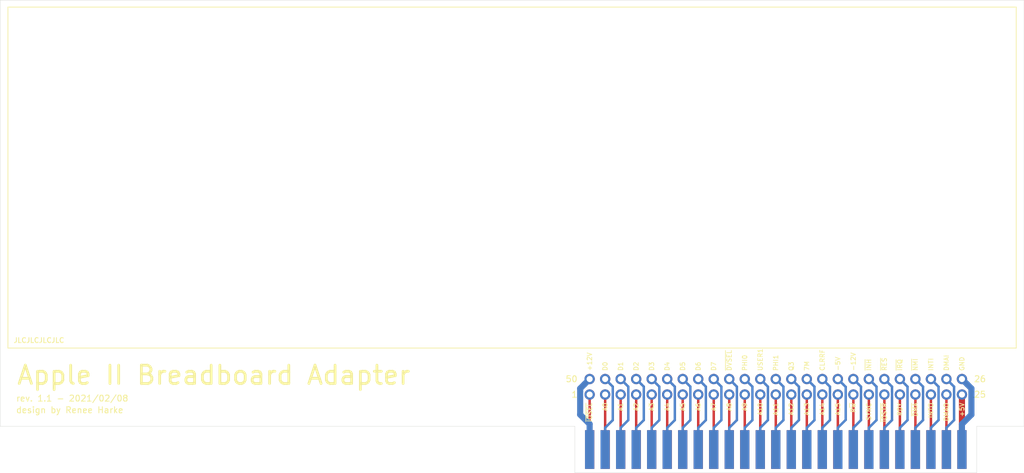
<source format=kicad_pcb>
(kicad_pcb (version 20171130) (host pcbnew "(5.1.5-0-10_14)")

  (general
    (thickness 1.6)
    (drawings 70)
    (tracks 152)
    (zones 0)
    (modules 2)
    (nets 51)
  )

  (page A4)
  (title_block
    (title "Apple II Breadboard Card")
    (date 2021-02-08)
    (rev 1.1)
    (company "Renee Harke")
    (comment 1 "MIT license; see LICENSE file")
  )

  (layers
    (0 F.Cu signal)
    (31 B.Cu signal)
    (32 B.Adhes user)
    (33 F.Adhes user)
    (34 B.Paste user)
    (35 F.Paste user)
    (36 B.SilkS user)
    (37 F.SilkS user)
    (38 B.Mask user)
    (39 F.Mask user)
    (40 Dwgs.User user)
    (41 Cmts.User user)
    (42 Eco1.User user)
    (43 Eco2.User user)
    (44 Edge.Cuts user)
    (45 Margin user)
    (46 B.CrtYd user)
    (47 F.CrtYd user)
    (48 B.Fab user)
    (49 F.Fab user)
  )

  (setup
    (last_trace_width 0.25)
    (user_trace_width 0.4)
    (user_trace_width 1)
    (trace_clearance 0.2)
    (zone_clearance 0.508)
    (zone_45_only no)
    (trace_min 0.2)
    (via_size 0.8)
    (via_drill 0.4)
    (via_min_size 0.4)
    (via_min_drill 0.3)
    (uvia_size 0.3)
    (uvia_drill 0.1)
    (uvias_allowed no)
    (uvia_min_size 0.2)
    (uvia_min_drill 0.1)
    (edge_width 0.05)
    (segment_width 0.2)
    (pcb_text_width 0.3)
    (pcb_text_size 1.5 1.5)
    (mod_edge_width 0.12)
    (mod_text_size 1 1)
    (mod_text_width 0.15)
    (pad_size 1.524 1.524)
    (pad_drill 0.762)
    (pad_to_mask_clearance 0.051)
    (solder_mask_min_width 0.25)
    (aux_axis_origin 0 0)
    (visible_elements FFFFFF7F)
    (pcbplotparams
      (layerselection 0x3ffff_ffffffff)
      (usegerberextensions false)
      (usegerberattributes false)
      (usegerberadvancedattributes false)
      (creategerberjobfile false)
      (excludeedgelayer true)
      (linewidth 0.100000)
      (plotframeref false)
      (viasonmask false)
      (mode 1)
      (useauxorigin false)
      (hpglpennumber 1)
      (hpglpenspeed 20)
      (hpglpendiameter 15.000000)
      (psnegative false)
      (psa4output false)
      (plotreference true)
      (plotvalue true)
      (plotinvisibletext false)
      (padsonsilk false)
      (subtractmaskfromsilk false)
      (outputformat 1)
      (mirror false)
      (drillshape 0)
      (scaleselection 1)
      (outputdirectory "gerber"))
  )

  (net 0 "")
  (net 1 /+12V)
  (net 2 /D0)
  (net 3 /D1)
  (net 4 /D2)
  (net 5 /D3)
  (net 6 /D4)
  (net 7 /D5)
  (net 8 /D6)
  (net 9 /D7)
  (net 10 /~DEVSEL)
  (net 11 /PHI0)
  (net 12 /USER1)
  (net 13 /PHI1)
  (net 14 /Q3)
  (net 15 /7M)
  (net 16 /COLORREF)
  (net 17 /-5V)
  (net 18 /-12V)
  (net 19 /~INH)
  (net 20 /~RES)
  (net 21 /~IRQ)
  (net 22 /~NMI)
  (net 23 /INTIN)
  (net 24 /DMAIN)
  (net 25 /GND)
  (net 26 /~IOSEL)
  (net 27 /A0)
  (net 28 /A1)
  (net 29 /A2)
  (net 30 /A3)
  (net 31 /A4)
  (net 32 /A5)
  (net 33 /A6)
  (net 34 /A7)
  (net 35 /A8)
  (net 36 /A9)
  (net 37 /A10)
  (net 38 /A11)
  (net 39 /A12)
  (net 40 /A13)
  (net 41 /A14)
  (net 42 /A15)
  (net 43 /R~W)
  (net 44 /SYNC)
  (net 45 /~IOSTRB)
  (net 46 /RDY)
  (net 47 /~DMA)
  (net 48 /INTOUT)
  (net 49 /DMAOUT)
  (net 50 /+5V)

  (net_class Default "This is the default net class."
    (clearance 0.2)
    (trace_width 0.25)
    (via_dia 0.8)
    (via_drill 0.4)
    (uvia_dia 0.3)
    (uvia_drill 0.1)
    (add_net /+12V)
    (add_net /+5V)
    (add_net /-12V)
    (add_net /-5V)
    (add_net /7M)
    (add_net /A0)
    (add_net /A1)
    (add_net /A10)
    (add_net /A11)
    (add_net /A12)
    (add_net /A13)
    (add_net /A14)
    (add_net /A15)
    (add_net /A2)
    (add_net /A3)
    (add_net /A4)
    (add_net /A5)
    (add_net /A6)
    (add_net /A7)
    (add_net /A8)
    (add_net /A9)
    (add_net /COLORREF)
    (add_net /D0)
    (add_net /D1)
    (add_net /D2)
    (add_net /D3)
    (add_net /D4)
    (add_net /D5)
    (add_net /D6)
    (add_net /D7)
    (add_net /DMAIN)
    (add_net /DMAOUT)
    (add_net /GND)
    (add_net /INTIN)
    (add_net /INTOUT)
    (add_net /PHI0)
    (add_net /PHI1)
    (add_net /Q3)
    (add_net /RDY)
    (add_net /R~W)
    (add_net /SYNC)
    (add_net /USER1)
    (add_net /~DEVSEL)
    (add_net /~DMA)
    (add_net /~INH)
    (add_net /~IOSEL)
    (add_net /~IOSTRB)
    (add_net /~IRQ)
    (add_net /~NMI)
    (add_net /~RES)
  )

  (module pub:PinSocket_2x25_P2.54mm_Vertical_CCW_Mirrored_NoSilk (layer F.Cu) (tedit 6021F101) (tstamp 5E33EBBE)
    (at 170.18 116.84 90)
    (descr "Through hole straight socket strip, 2x25, 2.54mm pitch, double cols (from Kicad 4.0.7), script generated")
    (tags "Through hole socket strip THT 2x25 2.54mm double row")
    (path /5E39109E)
    (fp_text reference J2 (at -1.27 -2.77 90) (layer F.SilkS) hide
      (effects (font (size 1 1) (thickness 0.15)))
    )
    (fp_text value "HEADER BLOCK" (at -1.27 63.73 90) (layer F.Fab)
      (effects (font (size 1 1) (thickness 0.15)))
    )
    (fp_text user %R (at -1.27 30.48) (layer F.Fab)
      (effects (font (size 1 1) (thickness 0.15)))
    )
    (fp_line (start 1.8 62.7) (end 1.8 -1.8) (layer F.CrtYd) (width 0.05))
    (fp_line (start -4.3 62.7) (end 1.8 62.7) (layer F.CrtYd) (width 0.05))
    (fp_line (start -4.3 -1.8) (end -4.3 62.7) (layer F.CrtYd) (width 0.05))
    (fp_line (start 1.8 -1.8) (end -4.3 -1.8) (layer F.CrtYd) (width 0.05))
    (fp_line (start 1.27 62.23) (end 1.27 -1.27) (layer F.Fab) (width 0.1))
    (fp_line (start -3.81 62.23) (end 1.27 62.23) (layer F.Fab) (width 0.1))
    (fp_line (start -3.81 -1.27) (end -3.81 62.23) (layer F.Fab) (width 0.1))
    (fp_line (start 1.27 -1.27) (end -3.81 -1.27) (layer F.Fab) (width 0.1))
    (pad 26 thru_hole oval (at 0 60.96 90) (size 1.7 1.7) (drill 1) (layers *.Cu *.Mask)
      (net 25 /GND))
    (pad 25 thru_hole oval (at -2.54 60.96 90) (size 1.7 1.7) (drill 1) (layers *.Cu *.Mask)
      (net 50 /+5V))
    (pad 27 thru_hole oval (at 0 58.42 90) (size 1.7 1.7) (drill 1) (layers *.Cu *.Mask)
      (net 24 /DMAIN))
    (pad 24 thru_hole oval (at -2.54 58.42 90) (size 1.7 1.7) (drill 1) (layers *.Cu *.Mask)
      (net 49 /DMAOUT))
    (pad 28 thru_hole oval (at 0 55.88 90) (size 1.7 1.7) (drill 1) (layers *.Cu *.Mask)
      (net 23 /INTIN))
    (pad 23 thru_hole oval (at -2.54 55.88 90) (size 1.7 1.7) (drill 1) (layers *.Cu *.Mask)
      (net 48 /INTOUT))
    (pad 29 thru_hole oval (at 0 53.34 90) (size 1.7 1.7) (drill 1) (layers *.Cu *.Mask)
      (net 22 /~NMI))
    (pad 22 thru_hole oval (at -2.54 53.34 90) (size 1.7 1.7) (drill 1) (layers *.Cu *.Mask)
      (net 47 /~DMA))
    (pad 30 thru_hole oval (at 0 50.8 90) (size 1.7 1.7) (drill 1) (layers *.Cu *.Mask)
      (net 21 /~IRQ))
    (pad 21 thru_hole oval (at -2.54 50.8 90) (size 1.7 1.7) (drill 1) (layers *.Cu *.Mask)
      (net 46 /RDY))
    (pad 31 thru_hole oval (at 0 48.26 90) (size 1.7 1.7) (drill 1) (layers *.Cu *.Mask)
      (net 20 /~RES))
    (pad 20 thru_hole oval (at -2.54 48.26 90) (size 1.7 1.7) (drill 1) (layers *.Cu *.Mask)
      (net 45 /~IOSTRB))
    (pad 32 thru_hole oval (at 0 45.72 90) (size 1.7 1.7) (drill 1) (layers *.Cu *.Mask)
      (net 19 /~INH))
    (pad 19 thru_hole oval (at -2.54 45.72 90) (size 1.7 1.7) (drill 1) (layers *.Cu *.Mask)
      (net 44 /SYNC))
    (pad 33 thru_hole oval (at 0 43.18 90) (size 1.7 1.7) (drill 1) (layers *.Cu *.Mask)
      (net 18 /-12V))
    (pad 18 thru_hole oval (at -2.54 43.18 90) (size 1.7 1.7) (drill 1) (layers *.Cu *.Mask)
      (net 43 /R~W))
    (pad 34 thru_hole oval (at 0 40.64 90) (size 1.7 1.7) (drill 1) (layers *.Cu *.Mask)
      (net 17 /-5V))
    (pad 17 thru_hole oval (at -2.54 40.64 90) (size 1.7 1.7) (drill 1) (layers *.Cu *.Mask)
      (net 42 /A15))
    (pad 35 thru_hole oval (at 0 38.1 90) (size 1.7 1.7) (drill 1) (layers *.Cu *.Mask)
      (net 16 /COLORREF))
    (pad 16 thru_hole oval (at -2.54 38.1 90) (size 1.7 1.7) (drill 1) (layers *.Cu *.Mask)
      (net 41 /A14))
    (pad 36 thru_hole oval (at 0 35.56 90) (size 1.7 1.7) (drill 1) (layers *.Cu *.Mask)
      (net 15 /7M))
    (pad 15 thru_hole oval (at -2.54 35.56 90) (size 1.7 1.7) (drill 1) (layers *.Cu *.Mask)
      (net 40 /A13))
    (pad 37 thru_hole oval (at 0 33.02 90) (size 1.7 1.7) (drill 1) (layers *.Cu *.Mask)
      (net 14 /Q3))
    (pad 14 thru_hole oval (at -2.54 33.02 90) (size 1.7 1.7) (drill 1) (layers *.Cu *.Mask)
      (net 39 /A12))
    (pad 38 thru_hole oval (at 0 30.48 90) (size 1.7 1.7) (drill 1) (layers *.Cu *.Mask)
      (net 13 /PHI1))
    (pad 13 thru_hole oval (at -2.54 30.48 90) (size 1.7 1.7) (drill 1) (layers *.Cu *.Mask)
      (net 38 /A11))
    (pad 39 thru_hole oval (at 0 27.94 90) (size 1.7 1.7) (drill 1) (layers *.Cu *.Mask)
      (net 12 /USER1))
    (pad 12 thru_hole oval (at -2.54 27.94 90) (size 1.7 1.7) (drill 1) (layers *.Cu *.Mask)
      (net 37 /A10))
    (pad 40 thru_hole oval (at 0 25.4 90) (size 1.7 1.7) (drill 1) (layers *.Cu *.Mask)
      (net 11 /PHI0))
    (pad 11 thru_hole oval (at -2.54 25.4 90) (size 1.7 1.7) (drill 1) (layers *.Cu *.Mask)
      (net 36 /A9))
    (pad 41 thru_hole oval (at 0 22.86 90) (size 1.7 1.7) (drill 1) (layers *.Cu *.Mask)
      (net 10 /~DEVSEL))
    (pad 10 thru_hole oval (at -2.54 22.86 90) (size 1.7 1.7) (drill 1) (layers *.Cu *.Mask)
      (net 35 /A8))
    (pad 42 thru_hole oval (at 0 20.32 90) (size 1.7 1.7) (drill 1) (layers *.Cu *.Mask)
      (net 9 /D7))
    (pad 9 thru_hole oval (at -2.54 20.32 90) (size 1.7 1.7) (drill 1) (layers *.Cu *.Mask)
      (net 34 /A7))
    (pad 43 thru_hole oval (at 0 17.78 90) (size 1.7 1.7) (drill 1) (layers *.Cu *.Mask)
      (net 8 /D6))
    (pad 8 thru_hole oval (at -2.54 17.78 90) (size 1.7 1.7) (drill 1) (layers *.Cu *.Mask)
      (net 33 /A6))
    (pad 44 thru_hole oval (at 0 15.24 90) (size 1.7 1.7) (drill 1) (layers *.Cu *.Mask)
      (net 7 /D5))
    (pad 7 thru_hole oval (at -2.54 15.24 90) (size 1.7 1.7) (drill 1) (layers *.Cu *.Mask)
      (net 32 /A5))
    (pad 45 thru_hole oval (at 0 12.7 90) (size 1.7 1.7) (drill 1) (layers *.Cu *.Mask)
      (net 6 /D4))
    (pad 6 thru_hole oval (at -2.54 12.7 90) (size 1.7 1.7) (drill 1) (layers *.Cu *.Mask)
      (net 31 /A4))
    (pad 46 thru_hole oval (at 0 10.16 90) (size 1.7 1.7) (drill 1) (layers *.Cu *.Mask)
      (net 5 /D3))
    (pad 5 thru_hole oval (at -2.54 10.16 90) (size 1.7 1.7) (drill 1) (layers *.Cu *.Mask)
      (net 30 /A3))
    (pad 47 thru_hole oval (at 0 7.62 90) (size 1.7 1.7) (drill 1) (layers *.Cu *.Mask)
      (net 4 /D2))
    (pad 4 thru_hole oval (at -2.54 7.62 90) (size 1.7 1.7) (drill 1) (layers *.Cu *.Mask)
      (net 29 /A2))
    (pad 48 thru_hole oval (at 0 5.08 90) (size 1.7 1.7) (drill 1) (layers *.Cu *.Mask)
      (net 3 /D1))
    (pad 3 thru_hole oval (at -2.54 5.08 90) (size 1.7 1.7) (drill 1) (layers *.Cu *.Mask)
      (net 28 /A1))
    (pad 49 thru_hole oval (at 0 2.54 90) (size 1.7 1.7) (drill 1) (layers *.Cu *.Mask)
      (net 2 /D0))
    (pad 2 thru_hole oval (at -2.54 2.54 90) (size 1.7 1.7) (drill 1) (layers *.Cu *.Mask)
      (net 27 /A0))
    (pad 50 thru_hole oval (at 0 0 90) (size 1.7 1.7) (drill 1) (layers *.Cu *.Mask)
      (net 1 /+12V))
    (pad 1 thru_hole oval (at -2.54 0 90) (size 1.7 1.7) (drill 1) (layers *.Cu *.Mask)
      (net 26 /~IOSEL))
    (model ${KISYS3DMOD}/Connector_PinSocket_2.54mm.3dshapes/PinSocket_2x25_P2.54mm_Vertical.wrl
      (at (xyz 0 0 0))
      (scale (xyz 1 1 1))
      (rotate (xyz 0 0 0))
    )
  )

  (module pub:AppleIIBus (layer F.Cu) (tedit 5E4F43C2) (tstamp 5E33EA12)
    (at 200.66 128.397)
    (path /5E339C7A)
    (fp_text reference J1 (at 0 -5.08) (layer F.SilkS) hide
      (effects (font (size 1 1) (thickness 0.15)))
    )
    (fp_text value "CARD EDGE" (at 25.4 -5.08) (layer F.Fab)
      (effects (font (size 1 1) (thickness 0.15)))
    )
    (fp_poly (pts (xy 32.893 -3.81) (xy 31.877 -3.81) (xy 31.877 3.81) (xy 32.893 3.81)) (layer B.Mask) (width 0))
    (fp_poly (pts (xy -32.893 -3.81) (xy -32.893 3.81) (xy -31.877 3.81) (xy -31.877 -3.81)) (layer B.Mask) (width 0))
    (fp_poly (pts (xy 32.893 -3.81) (xy 31.877 -3.81) (xy 31.877 3.81) (xy 32.893 3.81)) (layer F.Mask) (width 0))
    (fp_poly (pts (xy -32.893 -3.81) (xy -32.893 3.81) (xy -31.877 3.81) (xy -31.877 -3.81)) (layer F.Mask) (width 0))
    (pad 26 smd rect (at 30.48 0) (size 1.524 6.35) (layers B.Cu B.Mask)
      (net 25 /GND) (solder_mask_margin 0.635) (clearance 0.254))
    (pad 27 smd rect (at 27.94 0) (size 1.524 6.35) (layers B.Cu B.Mask)
      (net 24 /DMAIN) (solder_mask_margin 0.635) (clearance 0.254))
    (pad 28 smd rect (at 25.4 0) (size 1.524 6.35) (layers B.Cu B.Mask)
      (net 23 /INTIN) (solder_mask_margin 0.635) (clearance 0.254))
    (pad 29 smd rect (at 22.86 0) (size 1.524 6.35) (layers B.Cu B.Mask)
      (net 22 /~NMI) (solder_mask_margin 0.635) (clearance 0.254))
    (pad 30 smd rect (at 20.32 0) (size 1.524 6.35) (layers B.Cu B.Mask)
      (net 21 /~IRQ) (solder_mask_margin 0.635) (clearance 0.254))
    (pad 31 smd rect (at 17.78 0) (size 1.524 6.35) (layers B.Cu B.Mask)
      (net 20 /~RES) (solder_mask_margin 0.635) (clearance 0.254))
    (pad 32 smd rect (at 15.24 0) (size 1.524 6.35) (layers B.Cu B.Mask)
      (net 19 /~INH) (solder_mask_margin 0.635) (clearance 0.254))
    (pad 33 smd rect (at 12.7 0) (size 1.524 6.35) (layers B.Cu B.Mask)
      (net 18 /-12V) (solder_mask_margin 0.635) (clearance 0.254))
    (pad 34 smd rect (at 10.16 0) (size 1.524 6.35) (layers B.Cu B.Mask)
      (net 17 /-5V) (solder_mask_margin 0.635) (clearance 0.254))
    (pad 35 smd rect (at 7.62 0) (size 1.524 6.35) (layers B.Cu B.Mask)
      (net 16 /COLORREF) (solder_mask_margin 0.635) (clearance 0.254))
    (pad 36 smd rect (at 5.08 0) (size 1.524 6.35) (layers B.Cu B.Mask)
      (net 15 /7M) (solder_mask_margin 0.635) (clearance 0.254))
    (pad 37 smd rect (at 2.54 0) (size 1.524 6.35) (layers B.Cu B.Mask)
      (net 14 /Q3) (solder_mask_margin 0.635) (clearance 0.254))
    (pad 38 smd rect (at 0 0) (size 1.524 6.35) (layers B.Cu B.Mask)
      (net 13 /PHI1) (solder_mask_margin 0.635) (clearance 0.254))
    (pad 39 smd rect (at -2.54 0) (size 1.524 6.35) (layers B.Cu B.Mask)
      (net 12 /USER1) (solder_mask_margin 0.635) (clearance 0.254))
    (pad 40 smd rect (at -5.08 0) (size 1.524 6.35) (layers B.Cu B.Mask)
      (net 11 /PHI0) (solder_mask_margin 0.635) (clearance 0.254))
    (pad 41 smd rect (at -7.62 0) (size 1.524 6.35) (layers B.Cu B.Mask)
      (net 10 /~DEVSEL) (solder_mask_margin 0.635) (clearance 0.254))
    (pad 42 smd rect (at -10.16 0) (size 1.524 6.35) (layers B.Cu B.Mask)
      (net 9 /D7) (solder_mask_margin 0.635) (clearance 0.254))
    (pad 43 smd rect (at -12.7 0) (size 1.524 6.35) (layers B.Cu B.Mask)
      (net 8 /D6) (solder_mask_margin 0.635) (clearance 0.254))
    (pad 44 smd rect (at -15.24 0) (size 1.524 6.35) (layers B.Cu B.Mask)
      (net 7 /D5) (solder_mask_margin 0.635) (clearance 0.254))
    (pad 45 smd rect (at -17.78 0) (size 1.524 6.35) (layers B.Cu B.Mask)
      (net 6 /D4) (solder_mask_margin 0.635) (clearance 0.254))
    (pad 46 smd rect (at -20.32 0) (size 1.524 6.35) (layers B.Cu B.Mask)
      (net 5 /D3) (solder_mask_margin 0.635) (clearance 0.254))
    (pad 47 smd rect (at -22.86 0) (size 1.524 6.35) (layers B.Cu B.Mask)
      (net 4 /D2) (solder_mask_margin 0.635) (clearance 0.254))
    (pad 48 smd rect (at -25.4 0) (size 1.524 6.35) (layers B.Cu B.Mask)
      (net 3 /D1) (solder_mask_margin 0.635) (clearance 0.254))
    (pad 49 smd rect (at -27.94 0) (size 1.524 6.35) (layers B.Cu B.Mask)
      (net 2 /D0) (solder_mask_margin 0.635) (clearance 0.254))
    (pad 50 smd rect (at -30.48 0) (size 1.524 6.35) (layers B.Cu B.Mask)
      (net 1 /+12V) (solder_mask_margin 0.635) (clearance 0.254))
    (pad 25 smd rect (at 30.48 0) (size 1.524 6.35) (layers F.Cu F.Mask)
      (net 50 /+5V) (solder_mask_margin 0.635) (clearance 0.254))
    (pad 24 smd rect (at 27.94 0) (size 1.524 6.35) (layers F.Cu F.Mask)
      (net 49 /DMAOUT) (solder_mask_margin 0.635) (clearance 0.254))
    (pad 23 smd rect (at 25.4 0) (size 1.524 6.35) (layers F.Cu F.Mask)
      (net 48 /INTOUT) (solder_mask_margin 0.635) (clearance 0.254))
    (pad 22 smd rect (at 22.86 0) (size 1.524 6.35) (layers F.Cu F.Mask)
      (net 47 /~DMA) (solder_mask_margin 0.635) (clearance 0.254))
    (pad 21 smd rect (at 20.32 0) (size 1.524 6.35) (layers F.Cu F.Mask)
      (net 46 /RDY) (solder_mask_margin 0.635) (clearance 0.254))
    (pad 20 smd rect (at 17.78 0) (size 1.524 6.35) (layers F.Cu F.Mask)
      (net 45 /~IOSTRB) (solder_mask_margin 0.635) (clearance 0.254))
    (pad 19 smd rect (at 15.24 0) (size 1.524 6.35) (layers F.Cu F.Mask)
      (net 44 /SYNC) (solder_mask_margin 0.635) (clearance 0.254))
    (pad 18 smd rect (at 12.7 0) (size 1.524 6.35) (layers F.Cu F.Mask)
      (net 43 /R~W) (solder_mask_margin 0.635) (clearance 0.254))
    (pad 17 smd rect (at 10.16 0) (size 1.524 6.35) (layers F.Cu F.Mask)
      (net 42 /A15) (solder_mask_margin 0.635) (clearance 0.254))
    (pad 16 smd rect (at 7.62 0) (size 1.524 6.35) (layers F.Cu F.Mask)
      (net 41 /A14) (solder_mask_margin 0.635) (clearance 0.254))
    (pad 15 smd rect (at 5.08 0) (size 1.524 6.35) (layers F.Cu F.Mask)
      (net 40 /A13) (solder_mask_margin 0.635) (clearance 0.254))
    (pad 14 smd rect (at 2.54 0) (size 1.524 6.35) (layers F.Cu F.Mask)
      (net 39 /A12) (solder_mask_margin 0.635) (clearance 0.254))
    (pad 13 smd rect (at 0 0) (size 1.524 6.35) (layers F.Cu F.Mask)
      (net 38 /A11) (solder_mask_margin 0.635) (clearance 0.254))
    (pad 12 smd rect (at -2.54 0) (size 1.524 6.35) (layers F.Cu F.Mask)
      (net 37 /A10) (solder_mask_margin 0.635) (clearance 0.254))
    (pad 11 smd rect (at -5.08 0) (size 1.524 6.35) (layers F.Cu F.Mask)
      (net 36 /A9) (solder_mask_margin 0.635) (clearance 0.254))
    (pad 10 smd rect (at -7.62 0) (size 1.524 6.35) (layers F.Cu F.Mask)
      (net 35 /A8) (solder_mask_margin 0.635) (clearance 0.254))
    (pad 9 smd rect (at -10.16 0) (size 1.524 6.35) (layers F.Cu F.Mask)
      (net 34 /A7) (solder_mask_margin 0.635) (clearance 0.254))
    (pad 8 smd rect (at -12.7 0) (size 1.524 6.35) (layers F.Cu F.Mask)
      (net 33 /A6) (solder_mask_margin 0.635) (clearance 0.254))
    (pad 7 smd rect (at -15.24 0) (size 1.524 6.35) (layers F.Cu F.Mask)
      (net 32 /A5) (solder_mask_margin 0.635) (clearance 0.254))
    (pad 6 smd rect (at -17.78 0) (size 1.524 6.35) (layers F.Cu F.Mask)
      (net 31 /A4) (solder_mask_margin 0.635) (clearance 0.254))
    (pad 5 smd rect (at -20.32 0) (size 1.524 6.35) (layers F.Cu F.Mask)
      (net 30 /A3) (solder_mask_margin 0.635) (clearance 0.254))
    (pad 4 smd rect (at -22.86 0) (size 1.524 6.35) (layers F.Cu F.Mask)
      (net 29 /A2) (solder_mask_margin 0.635) (clearance 0.254))
    (pad 3 smd rect (at -25.4 0) (size 1.524 6.35) (layers F.Cu F.Mask)
      (net 28 /A1) (solder_mask_margin 0.635) (clearance 0.254))
    (pad 2 smd rect (at -27.94 0) (size 1.524 6.35) (layers F.Cu F.Mask)
      (net 27 /A0) (solder_mask_margin 0.635) (clearance 0.254))
    (pad 1 smd rect (at -30.48 0) (size 1.524 6.35) (layers F.Cu F.Mask)
      (net 26 /~IOSEL) (solder_mask_margin 0.635) (clearance 0.254))
  )

  (gr_text "design by Renee Harke" (at 76.2 121.92) (layer F.SilkS) (tstamp 6021F06C)
    (effects (font (size 1 1) (thickness 0.15)) (justify left))
  )
  (gr_text JLCJLCJLCJLC (at 80.01 110.49) (layer F.SilkS)
    (effects (font (size 0.8 0.8) (thickness 0.15)))
  )
  (gr_text 26 (at 233.045 116.84) (layer F.SilkS) (tstamp 5E33A7C0)
    (effects (font (size 1 1) (thickness 0.15)) (justify left))
  )
  (gr_text 25 (at 233.045 119.38) (layer F.SilkS) (tstamp 5E33A7B8)
    (effects (font (size 1 1) (thickness 0.15)) (justify left))
  )
  (gr_text 50 (at 168.275 116.84) (layer F.SilkS) (tstamp 5E33A79B)
    (effects (font (size 1 1) (thickness 0.15)) (justify right))
  )
  (gr_text 1 (at 168.275 119.38) (layer F.SilkS)
    (effects (font (size 1 1) (thickness 0.15)) (justify right))
  )
  (gr_text "rev. 1.1 - 2021/02/08" (at 76.2 120.015) (layer F.SilkS) (tstamp 6021F075)
    (effects (font (size 1 1) (thickness 0.15)) (justify left))
  )
  (gr_text "Apple II Breadboard Adapter" (at 76.2 116.205) (layer F.SilkS) (tstamp 5E341713)
    (effects (font (size 3 3) (thickness 0.45)) (justify left))
  )
  (gr_line (start 240.03 55.88) (end 240.03 111.76) (layer F.SilkS) (width 0.12) (tstamp 5E3416DC))
  (gr_line (start 74.93 55.88) (end 240.03 55.88) (layer F.SilkS) (width 0.12))
  (gr_line (start 74.93 111.76) (end 74.93 55.88) (layer F.SilkS) (width 0.12))
  (gr_line (start 74.93 111.76) (end 240.03 111.76) (layer F.SilkS) (width 0.12))
  (gr_text GND (at 231.14 115.57 90) (layer F.SilkS) (tstamp 5E340D81)
    (effects (font (size 0.75 0.75) (thickness 0.125)) (justify left))
  )
  (gr_text DMAI (at 228.6 115.57 90) (layer F.SilkS) (tstamp 5E340D81)
    (effects (font (size 0.75 0.75) (thickness 0.125)) (justify left))
  )
  (gr_text INTI (at 226.06 115.57 90) (layer F.SilkS) (tstamp 5E340D81)
    (effects (font (size 0.75 0.75) (thickness 0.125)) (justify left))
  )
  (gr_text ~NMI (at 223.52 115.57 90) (layer F.SilkS) (tstamp 5E340D81)
    (effects (font (size 0.75 0.75) (thickness 0.125)) (justify left))
  )
  (gr_text ~IRQ (at 220.98 115.57 90) (layer F.SilkS) (tstamp 5E340D81)
    (effects (font (size 0.75 0.75) (thickness 0.125)) (justify left))
  )
  (gr_text ~RES (at 218.44 115.57 90) (layer F.SilkS) (tstamp 5E340D81)
    (effects (font (size 0.75 0.75) (thickness 0.125)) (justify left))
  )
  (gr_text ~INH (at 215.9 115.57 90) (layer F.SilkS) (tstamp 5E340D81)
    (effects (font (size 0.75 0.75) (thickness 0.125)) (justify left))
  )
  (gr_text -12V (at 213.36 115.57 90) (layer F.SilkS) (tstamp 5E340D81)
    (effects (font (size 0.75 0.75) (thickness 0.125)) (justify left))
  )
  (gr_text -5V (at 210.82 115.57 90) (layer F.SilkS) (tstamp 5E340D81)
    (effects (font (size 0.75 0.75) (thickness 0.125)) (justify left))
  )
  (gr_text CLRRF (at 208.28 115.57 90) (layer F.SilkS) (tstamp 5E340D81)
    (effects (font (size 0.75 0.75) (thickness 0.125)) (justify left))
  )
  (gr_text 7M (at 205.74 115.57 90) (layer F.SilkS) (tstamp 5E340D81)
    (effects (font (size 0.75 0.75) (thickness 0.125)) (justify left))
  )
  (gr_text Q3 (at 203.2 115.57 90) (layer F.SilkS) (tstamp 5E340D81)
    (effects (font (size 0.75 0.75) (thickness 0.125)) (justify left))
  )
  (gr_text PHI1 (at 200.66 115.57 90) (layer F.SilkS) (tstamp 5E340D81)
    (effects (font (size 0.75 0.75) (thickness 0.125)) (justify left))
  )
  (gr_text USER1 (at 198.12 115.57 90) (layer F.SilkS) (tstamp 5E340D81)
    (effects (font (size 0.75 0.75) (thickness 0.125)) (justify left))
  )
  (gr_text PHI0 (at 195.58 115.57 90) (layer F.SilkS) (tstamp 5E340D81)
    (effects (font (size 0.75 0.75) (thickness 0.125)) (justify left))
  )
  (gr_text ~DVSEL (at 193.04 115.57 90) (layer F.SilkS) (tstamp 5E340D81)
    (effects (font (size 0.75 0.75) (thickness 0.125)) (justify left))
  )
  (gr_text D7 (at 190.5 115.57 90) (layer F.SilkS) (tstamp 5E340D81)
    (effects (font (size 0.75 0.75) (thickness 0.125)) (justify left))
  )
  (gr_text D6 (at 187.96 115.57 90) (layer F.SilkS) (tstamp 5E340D81)
    (effects (font (size 0.75 0.75) (thickness 0.125)) (justify left))
  )
  (gr_text D5 (at 185.42 115.57 90) (layer F.SilkS) (tstamp 5E340D81)
    (effects (font (size 0.75 0.75) (thickness 0.125)) (justify left))
  )
  (gr_text D4 (at 182.88 115.57 90) (layer F.SilkS) (tstamp 5E340D81)
    (effects (font (size 0.75 0.75) (thickness 0.125)) (justify left))
  )
  (gr_text D3 (at 180.34 115.57 90) (layer F.SilkS) (tstamp 5E340D81)
    (effects (font (size 0.75 0.75) (thickness 0.125)) (justify left))
  )
  (gr_text D2 (at 177.8 115.57 90) (layer F.SilkS) (tstamp 5E340D81)
    (effects (font (size 0.75 0.75) (thickness 0.125)) (justify left))
  )
  (gr_text D1 (at 175.26 115.57 90) (layer F.SilkS) (tstamp 5E340D81)
    (effects (font (size 0.75 0.75) (thickness 0.125)) (justify left))
  )
  (gr_text D0 (at 172.72 115.57 90) (layer F.SilkS) (tstamp 5E340D7E)
    (effects (font (size 0.75 0.75) (thickness 0.125)) (justify left))
  )
  (gr_text +12V (at 170.18 115.57 90) (layer F.SilkS) (tstamp 5E340D79)
    (effects (font (size 0.75 0.75) (thickness 0.125)) (justify left))
  )
  (gr_text +5V (at 231.14 120.65 90) (layer F.SilkS) (tstamp 5E340BEE)
    (effects (font (size 0.75 0.75) (thickness 0.125)) (justify right))
  )
  (gr_text DMAO (at 228.6 120.65 90) (layer F.SilkS) (tstamp 5E340BEE)
    (effects (font (size 0.75 0.75) (thickness 0.125)) (justify right))
  )
  (gr_text INTO (at 226.06 120.65 90) (layer F.SilkS) (tstamp 5E340BEE)
    (effects (font (size 0.75 0.75) (thickness 0.125)) (justify right))
  )
  (gr_text ~DMA (at 223.52 120.65 90) (layer F.SilkS) (tstamp 5E340BEE)
    (effects (font (size 0.75 0.75) (thickness 0.125)) (justify right))
  )
  (gr_text RDY (at 220.98 120.65 90) (layer F.SilkS) (tstamp 5E340BEE)
    (effects (font (size 0.75 0.75) (thickness 0.125)) (justify right))
  )
  (gr_text ~IOSTR (at 218.44 120.65 90) (layer F.SilkS) (tstamp 5E340BEE)
    (effects (font (size 0.75 0.75) (thickness 0.125)) (justify right))
  )
  (gr_text SYNC (at 215.9 120.65 90) (layer F.SilkS) (tstamp 5E340BEE)
    (effects (font (size 0.75 0.75) (thickness 0.125)) (justify right))
  )
  (gr_text R~W (at 213.36 120.65 90) (layer F.SilkS) (tstamp 5E340BEE)
    (effects (font (size 0.75 0.75) (thickness 0.125)) (justify right))
  )
  (gr_text A15 (at 210.82 120.65 90) (layer F.SilkS) (tstamp 5E340BEE)
    (effects (font (size 0.75 0.75) (thickness 0.125)) (justify right))
  )
  (gr_text A14 (at 208.28 120.65 90) (layer F.SilkS) (tstamp 5E340BEE)
    (effects (font (size 0.75 0.75) (thickness 0.125)) (justify right))
  )
  (gr_text A13 (at 205.74 120.65 90) (layer F.SilkS) (tstamp 5E340BEE)
    (effects (font (size 0.75 0.75) (thickness 0.125)) (justify right))
  )
  (gr_text A12 (at 203.2 120.65 90) (layer F.SilkS) (tstamp 5E340BEE)
    (effects (font (size 0.75 0.75) (thickness 0.125)) (justify right))
  )
  (gr_text A11 (at 200.66 120.65 90) (layer F.SilkS) (tstamp 5E340BEE)
    (effects (font (size 0.75 0.75) (thickness 0.125)) (justify right))
  )
  (gr_text A10 (at 198.12 120.65 90) (layer F.SilkS) (tstamp 5E340BEE)
    (effects (font (size 0.75 0.75) (thickness 0.125)) (justify right))
  )
  (gr_text A9 (at 195.58 120.65 90) (layer F.SilkS) (tstamp 5E340BEE)
    (effects (font (size 0.75 0.75) (thickness 0.125)) (justify right))
  )
  (gr_text A8 (at 193.04 120.65 90) (layer F.SilkS) (tstamp 5E340BEE)
    (effects (font (size 0.75 0.75) (thickness 0.125)) (justify right))
  )
  (gr_text A7 (at 190.5 120.65 90) (layer F.SilkS) (tstamp 5E340BEE)
    (effects (font (size 0.75 0.75) (thickness 0.125)) (justify right))
  )
  (gr_text A6 (at 187.96 120.65 90) (layer F.SilkS) (tstamp 5E340BEE)
    (effects (font (size 0.75 0.75) (thickness 0.125)) (justify right))
  )
  (gr_text A5 (at 185.42 120.65 90) (layer F.SilkS) (tstamp 5E340BEE)
    (effects (font (size 0.75 0.75) (thickness 0.125)) (justify right))
  )
  (gr_text A4 (at 182.88 120.65 90) (layer F.SilkS) (tstamp 5E340BEE)
    (effects (font (size 0.75 0.75) (thickness 0.125)) (justify right))
  )
  (gr_text A3 (at 180.34 120.65 90) (layer F.SilkS) (tstamp 5E340BEE)
    (effects (font (size 0.75 0.75) (thickness 0.125)) (justify right))
  )
  (gr_text A2 (at 177.8 120.65 90) (layer F.SilkS) (tstamp 5E340BEE)
    (effects (font (size 0.75 0.75) (thickness 0.125)) (justify right))
  )
  (gr_text A1 (at 175.26 120.65 90) (layer F.SilkS) (tstamp 5E340BEE)
    (effects (font (size 0.75 0.75) (thickness 0.125)) (justify right))
  )
  (gr_text A0 (at 172.72 120.65 90) (layer F.SilkS)
    (effects (font (size 0.75 0.75) (thickness 0.125)) (justify right))
  )
  (gr_text ~IOSEL (at 170.18 120.65 90) (layer F.SilkS) (tstamp 5E340BE7)
    (effects (font (size 0.75 0.75) (thickness 0.125)) (justify right))
  )
  (gr_line (start 73.66 54.737) (end 73.66 124.587) (layer Edge.Cuts) (width 0.05) (tstamp 5E34057F))
  (gr_line (start 167.767 124.587) (end 73.66 124.587) (layer Edge.Cuts) (width 0.05))
  (gr_line (start 167.767 132.207) (end 167.767 124.587) (layer Edge.Cuts) (width 0.05))
  (gr_line (start 241.3 54.737) (end 73.66 54.737) (layer Edge.Cuts) (width 0.05))
  (gr_line (start 241.3 124.587) (end 241.3 54.737) (layer Edge.Cuts) (width 0.05) (tstamp 5E3416F1))
  (gr_line (start 233.553 124.587) (end 241.3 124.587) (layer Edge.Cuts) (width 0.05))
  (gr_line (start 233.553 132.207) (end 233.553 124.587) (layer Edge.Cuts) (width 0.05))
  (gr_line (start 167.767 132.207) (end 233.553 132.207) (layer Edge.Cuts) (width 0.05))

  (segment (start 168.629999 118.390001) (end 169.330001 117.689999) (width 1) (layer B.Cu) (net 1))
  (segment (start 168.629999 122.671999) (end 168.629999 118.390001) (width 1) (layer B.Cu) (net 1))
  (segment (start 170.18 124.222) (end 168.629999 122.671999) (width 1) (layer B.Cu) (net 1))
  (segment (start 169.330001 117.689999) (end 170.18 116.84) (width 1) (layer B.Cu) (net 1))
  (segment (start 170.18 128.397) (end 170.18 124.222) (width 1) (layer B.Cu) (net 1))
  (segment (start 173.569999 117.689999) (end 172.72 116.84) (width 0.4) (layer B.Cu) (net 2))
  (segment (start 173.970001 118.090001) (end 173.569999 117.689999) (width 0.4) (layer B.Cu) (net 2))
  (segment (start 172.72 124.822) (end 173.970001 123.571999) (width 0.4) (layer B.Cu) (net 2))
  (segment (start 173.970001 123.571999) (end 173.970001 118.090001) (width 0.4) (layer B.Cu) (net 2))
  (segment (start 172.72 128.397) (end 172.72 124.822) (width 0.4) (layer B.Cu) (net 2))
  (segment (start 176.109999 117.689999) (end 175.26 116.84) (width 0.4) (layer B.Cu) (net 3))
  (segment (start 176.510001 118.090001) (end 176.109999 117.689999) (width 0.4) (layer B.Cu) (net 3))
  (segment (start 176.510001 123.571999) (end 176.510001 118.090001) (width 0.4) (layer B.Cu) (net 3))
  (segment (start 175.26 124.822) (end 176.510001 123.571999) (width 0.4) (layer B.Cu) (net 3))
  (segment (start 175.26 128.397) (end 175.26 124.822) (width 0.4) (layer B.Cu) (net 3))
  (segment (start 178.649999 117.689999) (end 177.8 116.84) (width 0.4) (layer B.Cu) (net 4))
  (segment (start 179.050001 118.090001) (end 178.649999 117.689999) (width 0.4) (layer B.Cu) (net 4))
  (segment (start 179.050001 123.571999) (end 179.050001 118.090001) (width 0.4) (layer B.Cu) (net 4))
  (segment (start 177.8 124.822) (end 179.050001 123.571999) (width 0.4) (layer B.Cu) (net 4))
  (segment (start 177.8 128.397) (end 177.8 124.822) (width 0.4) (layer B.Cu) (net 4))
  (segment (start 181.590001 123.571999) (end 181.590001 118.090001) (width 0.4) (layer B.Cu) (net 5))
  (segment (start 180.34 124.822) (end 181.590001 123.571999) (width 0.4) (layer B.Cu) (net 5))
  (segment (start 181.189999 117.689999) (end 180.34 116.84) (width 0.4) (layer B.Cu) (net 5))
  (segment (start 181.590001 118.090001) (end 181.189999 117.689999) (width 0.4) (layer B.Cu) (net 5))
  (segment (start 180.34 128.397) (end 180.34 124.822) (width 0.4) (layer B.Cu) (net 5))
  (segment (start 184.130001 118.090001) (end 183.729999 117.689999) (width 0.4) (layer B.Cu) (net 6))
  (segment (start 183.729999 117.689999) (end 182.88 116.84) (width 0.4) (layer B.Cu) (net 6))
  (segment (start 184.130001 123.571999) (end 184.130001 118.090001) (width 0.4) (layer B.Cu) (net 6))
  (segment (start 182.88 124.822) (end 184.130001 123.571999) (width 0.4) (layer B.Cu) (net 6))
  (segment (start 182.88 128.397) (end 182.88 124.822) (width 0.4) (layer B.Cu) (net 6))
  (segment (start 186.269999 117.689999) (end 185.42 116.84) (width 0.4) (layer B.Cu) (net 7))
  (segment (start 186.670001 118.090001) (end 186.269999 117.689999) (width 0.4) (layer B.Cu) (net 7))
  (segment (start 186.670001 123.571999) (end 186.670001 118.090001) (width 0.4) (layer B.Cu) (net 7))
  (segment (start 185.42 124.822) (end 186.670001 123.571999) (width 0.4) (layer B.Cu) (net 7))
  (segment (start 185.42 128.397) (end 185.42 124.822) (width 0.4) (layer B.Cu) (net 7))
  (segment (start 188.809999 117.689999) (end 187.96 116.84) (width 0.4) (layer B.Cu) (net 8))
  (segment (start 189.210001 123.571999) (end 189.210001 118.090001) (width 0.4) (layer B.Cu) (net 8))
  (segment (start 189.210001 118.090001) (end 188.809999 117.689999) (width 0.4) (layer B.Cu) (net 8))
  (segment (start 187.96 124.822) (end 189.210001 123.571999) (width 0.4) (layer B.Cu) (net 8))
  (segment (start 187.96 128.397) (end 187.96 124.822) (width 0.4) (layer B.Cu) (net 8))
  (segment (start 191.750001 118.090001) (end 191.349999 117.689999) (width 0.4) (layer B.Cu) (net 9))
  (segment (start 190.5 124.822) (end 191.750001 123.571999) (width 0.4) (layer B.Cu) (net 9))
  (segment (start 191.349999 117.689999) (end 190.5 116.84) (width 0.4) (layer B.Cu) (net 9))
  (segment (start 191.750001 123.571999) (end 191.750001 118.090001) (width 0.4) (layer B.Cu) (net 9))
  (segment (start 190.5 128.397) (end 190.5 124.822) (width 0.4) (layer B.Cu) (net 9))
  (segment (start 193.889999 117.689999) (end 193.04 116.84) (width 0.4) (layer B.Cu) (net 10))
  (segment (start 194.290001 118.090001) (end 193.889999 117.689999) (width 0.4) (layer B.Cu) (net 10))
  (segment (start 194.290001 123.571999) (end 194.290001 118.090001) (width 0.4) (layer B.Cu) (net 10))
  (segment (start 193.04 124.822) (end 194.290001 123.571999) (width 0.4) (layer B.Cu) (net 10))
  (segment (start 193.04 128.397) (end 193.04 124.822) (width 0.4) (layer B.Cu) (net 10))
  (segment (start 196.429999 117.689999) (end 195.58 116.84) (width 0.4) (layer B.Cu) (net 11))
  (segment (start 196.830001 118.090001) (end 196.429999 117.689999) (width 0.4) (layer B.Cu) (net 11))
  (segment (start 196.830001 123.571999) (end 196.830001 118.090001) (width 0.4) (layer B.Cu) (net 11))
  (segment (start 195.58 124.822) (end 196.830001 123.571999) (width 0.4) (layer B.Cu) (net 11))
  (segment (start 195.58 128.397) (end 195.58 124.822) (width 0.4) (layer B.Cu) (net 11))
  (segment (start 199.370001 118.090001) (end 198.969999 117.689999) (width 0.4) (layer B.Cu) (net 12))
  (segment (start 198.969999 117.689999) (end 198.12 116.84) (width 0.4) (layer B.Cu) (net 12))
  (segment (start 198.12 124.822) (end 199.370001 123.571999) (width 0.4) (layer B.Cu) (net 12))
  (segment (start 199.370001 123.571999) (end 199.370001 118.090001) (width 0.4) (layer B.Cu) (net 12))
  (segment (start 198.12 128.397) (end 198.12 124.822) (width 0.4) (layer B.Cu) (net 12))
  (segment (start 201.910001 118.090001) (end 201.509999 117.689999) (width 0.4) (layer B.Cu) (net 13))
  (segment (start 201.910001 123.571999) (end 201.910001 118.090001) (width 0.4) (layer B.Cu) (net 13))
  (segment (start 200.66 124.822) (end 201.910001 123.571999) (width 0.4) (layer B.Cu) (net 13))
  (segment (start 201.509999 117.689999) (end 200.66 116.84) (width 0.4) (layer B.Cu) (net 13))
  (segment (start 200.66 128.397) (end 200.66 124.822) (width 0.4) (layer B.Cu) (net 13))
  (segment (start 204.049999 117.689999) (end 203.2 116.84) (width 0.4) (layer B.Cu) (net 14))
  (segment (start 204.450001 118.090001) (end 204.049999 117.689999) (width 0.4) (layer B.Cu) (net 14))
  (segment (start 204.450001 123.571999) (end 204.450001 118.090001) (width 0.4) (layer B.Cu) (net 14))
  (segment (start 203.2 124.822) (end 204.450001 123.571999) (width 0.4) (layer B.Cu) (net 14))
  (segment (start 203.2 128.397) (end 203.2 124.822) (width 0.4) (layer B.Cu) (net 14))
  (segment (start 206.990001 118.090001) (end 206.589999 117.689999) (width 0.4) (layer B.Cu) (net 15))
  (segment (start 206.589999 117.689999) (end 205.74 116.84) (width 0.4) (layer B.Cu) (net 15))
  (segment (start 205.74 124.822) (end 206.990001 123.571999) (width 0.4) (layer B.Cu) (net 15))
  (segment (start 206.990001 123.571999) (end 206.990001 118.090001) (width 0.4) (layer B.Cu) (net 15))
  (segment (start 205.74 128.397) (end 205.74 124.822) (width 0.4) (layer B.Cu) (net 15))
  (segment (start 209.129999 117.689999) (end 208.28 116.84) (width 0.4) (layer B.Cu) (net 16))
  (segment (start 208.28 124.822) (end 209.530001 123.571999) (width 0.4) (layer B.Cu) (net 16))
  (segment (start 209.530001 118.090001) (end 209.129999 117.689999) (width 0.4) (layer B.Cu) (net 16))
  (segment (start 209.530001 123.571999) (end 209.530001 118.090001) (width 0.4) (layer B.Cu) (net 16))
  (segment (start 208.28 128.397) (end 208.28 124.822) (width 0.4) (layer B.Cu) (net 16))
  (segment (start 212.109999 118.129999) (end 211.669999 117.689999) (width 0.4) (layer B.Cu) (net 17))
  (segment (start 211.669999 117.689999) (end 210.82 116.84) (width 0.4) (layer B.Cu) (net 17))
  (segment (start 210.82 124.822) (end 212.109999 123.532001) (width 0.4) (layer B.Cu) (net 17))
  (segment (start 212.109999 123.532001) (end 212.109999 118.129999) (width 0.4) (layer B.Cu) (net 17))
  (segment (start 210.82 128.397) (end 210.82 124.822) (width 0.4) (layer B.Cu) (net 17))
  (segment (start 214.610001 118.090001) (end 214.209999 117.689999) (width 0.4) (layer B.Cu) (net 18))
  (segment (start 214.610001 123.571999) (end 214.610001 118.090001) (width 0.4) (layer B.Cu) (net 18))
  (segment (start 213.36 124.822) (end 214.610001 123.571999) (width 0.4) (layer B.Cu) (net 18))
  (segment (start 214.209999 117.689999) (end 213.36 116.84) (width 0.4) (layer B.Cu) (net 18))
  (segment (start 213.36 128.397) (end 213.36 124.822) (width 0.4) (layer B.Cu) (net 18))
  (segment (start 217.150001 118.090001) (end 216.749999 117.689999) (width 0.4) (layer B.Cu) (net 19))
  (segment (start 217.150001 123.571999) (end 217.150001 118.090001) (width 0.4) (layer B.Cu) (net 19))
  (segment (start 215.9 124.822) (end 217.150001 123.571999) (width 0.4) (layer B.Cu) (net 19))
  (segment (start 216.749999 117.689999) (end 215.9 116.84) (width 0.4) (layer B.Cu) (net 19))
  (segment (start 215.9 128.397) (end 215.9 124.822) (width 0.4) (layer B.Cu) (net 19))
  (segment (start 219.690001 118.090001) (end 219.289999 117.689999) (width 0.4) (layer B.Cu) (net 20))
  (segment (start 218.44 124.822) (end 219.690001 123.571999) (width 0.4) (layer B.Cu) (net 20))
  (segment (start 219.289999 117.689999) (end 218.44 116.84) (width 0.4) (layer B.Cu) (net 20))
  (segment (start 219.690001 123.571999) (end 219.690001 118.090001) (width 0.4) (layer B.Cu) (net 20))
  (segment (start 218.44 128.397) (end 218.44 124.822) (width 0.4) (layer B.Cu) (net 20))
  (segment (start 222.230001 118.090001) (end 221.829999 117.689999) (width 0.4) (layer B.Cu) (net 21))
  (segment (start 222.230001 123.571999) (end 222.230001 118.090001) (width 0.4) (layer B.Cu) (net 21))
  (segment (start 220.98 124.822) (end 222.230001 123.571999) (width 0.4) (layer B.Cu) (net 21))
  (segment (start 221.829999 117.689999) (end 220.98 116.84) (width 0.4) (layer B.Cu) (net 21))
  (segment (start 220.98 128.397) (end 220.98 124.822) (width 0.4) (layer B.Cu) (net 21))
  (segment (start 224.770001 118.090001) (end 224.369999 117.689999) (width 0.4) (layer B.Cu) (net 22))
  (segment (start 224.770001 123.571999) (end 224.770001 118.090001) (width 0.4) (layer B.Cu) (net 22))
  (segment (start 224.369999 117.689999) (end 223.52 116.84) (width 0.4) (layer B.Cu) (net 22))
  (segment (start 223.52 124.822) (end 224.770001 123.571999) (width 0.4) (layer B.Cu) (net 22))
  (segment (start 223.52 128.397) (end 223.52 124.822) (width 0.4) (layer B.Cu) (net 22))
  (segment (start 226.909999 117.689999) (end 226.06 116.84) (width 0.4) (layer B.Cu) (net 23))
  (segment (start 227.310001 123.571999) (end 227.310001 118.090001) (width 0.4) (layer B.Cu) (net 23))
  (segment (start 226.06 124.822) (end 227.310001 123.571999) (width 0.4) (layer B.Cu) (net 23))
  (segment (start 227.310001 118.090001) (end 226.909999 117.689999) (width 0.4) (layer B.Cu) (net 23))
  (segment (start 226.06 128.397) (end 226.06 124.822) (width 0.4) (layer B.Cu) (net 23))
  (segment (start 229.449999 117.689999) (end 228.6 116.84) (width 0.4) (layer B.Cu) (net 24))
  (segment (start 229.850001 118.090001) (end 229.449999 117.689999) (width 0.4) (layer B.Cu) (net 24))
  (segment (start 229.850001 123.571999) (end 229.850001 118.090001) (width 0.4) (layer B.Cu) (net 24))
  (segment (start 228.6 124.822) (end 229.850001 123.571999) (width 0.4) (layer B.Cu) (net 24))
  (segment (start 228.6 128.397) (end 228.6 124.822) (width 0.4) (layer B.Cu) (net 24))
  (segment (start 231.989999 117.689999) (end 231.14 116.84) (width 1) (layer B.Cu) (net 25))
  (segment (start 231.14 124.222) (end 232.690001 122.671999) (width 1) (layer B.Cu) (net 25))
  (segment (start 232.690001 118.390001) (end 231.989999 117.689999) (width 1) (layer B.Cu) (net 25))
  (segment (start 232.690001 122.671999) (end 232.690001 118.390001) (width 1) (layer B.Cu) (net 25))
  (segment (start 231.14 128.397) (end 231.14 124.222) (width 1) (layer B.Cu) (net 25))
  (segment (start 170.18 124.822) (end 170.18 119.38) (width 0.4) (layer F.Cu) (net 26))
  (segment (start 170.18 128.397) (end 170.18 124.822) (width 0.4) (layer F.Cu) (net 26))
  (segment (start 172.72 128.397) (end 172.72 125.984) (width 0.4) (layer F.Cu) (net 27))
  (segment (start 172.72 125.984) (end 172.72 119.38) (width 0.4) (layer F.Cu) (net 27))
  (segment (start 175.26 128.397) (end 175.26 119.38) (width 0.4) (layer F.Cu) (net 28))
  (segment (start 177.8 128.397) (end 177.8 119.38) (width 0.4) (layer F.Cu) (net 29))
  (segment (start 180.34 128.397) (end 180.34 119.38) (width 0.4) (layer F.Cu) (net 30))
  (segment (start 182.88 128.397) (end 182.88 119.38) (width 0.4) (layer F.Cu) (net 31))
  (segment (start 185.42 128.397) (end 185.42 119.38) (width 0.4) (layer F.Cu) (net 32))
  (segment (start 187.96 128.397) (end 187.96 119.38) (width 0.4) (layer F.Cu) (net 33))
  (segment (start 190.5 128.397) (end 190.5 119.38) (width 0.4) (layer F.Cu) (net 34))
  (segment (start 193.04 128.397) (end 193.04 119.38) (width 0.4) (layer F.Cu) (net 35))
  (segment (start 195.58 128.397) (end 195.58 119.38) (width 0.4) (layer F.Cu) (net 36))
  (segment (start 198.12 128.397) (end 198.12 119.38) (width 0.4) (layer F.Cu) (net 37))
  (segment (start 200.66 128.397) (end 200.66 119.38) (width 0.4) (layer F.Cu) (net 38))
  (segment (start 203.2 128.397) (end 203.2 119.38) (width 0.4) (layer F.Cu) (net 39))
  (segment (start 205.74 128.397) (end 205.74 119.38) (width 0.4) (layer F.Cu) (net 40))
  (segment (start 208.28 128.397) (end 208.28 119.38) (width 0.4) (layer F.Cu) (net 41))
  (segment (start 210.82 128.397) (end 210.82 119.38) (width 0.4) (layer F.Cu) (net 42))
  (segment (start 213.36 128.397) (end 213.36 119.38) (width 0.4) (layer F.Cu) (net 43))
  (segment (start 215.9 128.397) (end 215.9 119.38) (width 0.4) (layer F.Cu) (net 44))
  (segment (start 218.44 128.397) (end 218.44 119.38) (width 0.4) (layer F.Cu) (net 45))
  (segment (start 220.98 128.397) (end 220.98 119.38) (width 0.4) (layer F.Cu) (net 46))
  (segment (start 223.52 128.397) (end 223.52 119.38) (width 0.4) (layer F.Cu) (net 47))
  (segment (start 226.06 128.397) (end 226.06 119.38) (width 0.4) (layer F.Cu) (net 48))
  (segment (start 228.6 128.397) (end 228.6 119.38) (width 0.4) (layer F.Cu) (net 49))
  (segment (start 231.14 128.397) (end 231.14 119.38) (width 1) (layer F.Cu) (net 50))

)

</source>
